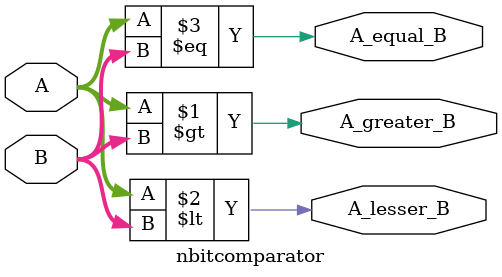
<source format=v>
module nbitcomparator #(
    parameter N = 4
)(
    input  [N-1:0] A,
    input  [N-1:0] B,
    output A_greater_B,
    output A_lesser_B,
    output A_equal_B
);
    assign A_greater_B = (A > B);
    assign A_lesser_B = (A < B);
    assign A_equal_B = (A == B);
endmodule


/*output
meenakshi@meenakshi-Inspiron-3501:~/verilog/nbitcomparator$ vvp nbitcomparator.out
VCD info: dumpfile nbitcomparator.vcd opened for output.
A= 4 B= 2 | GT=1 LT=0 EQ=0
A= 3 B= 7 | GT=0 LT=1 EQ=0
A= 5 B= 5 | GT=0 LT=0 EQ=1
A= 9 B= 1 | GT=1 LT=0 EQ=0
nbitcomparator.v:18: $finish called at 40 (1s)
*/

</source>
